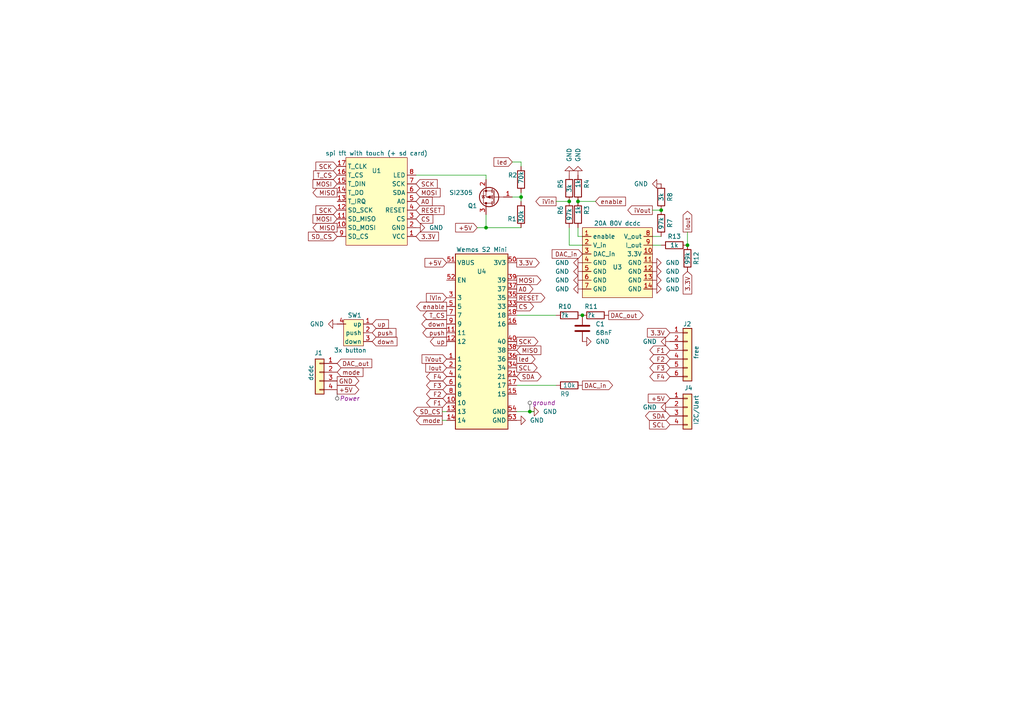
<source format=kicad_sch>
(kicad_sch (version 20230121) (generator eeschema)
  (paper "A4")
  (lib_symbols
    (symbol "Connector_Generic:Conn_01x04" (pin_names (offset 1.016) hide)
      (property "Reference" "J" (at 0 5.08 0))
      (property "Value" "Conn_01x04" (at 0 -7.62 0))
      (symbol "Conn_01x04_1_1"
        (rectangle (start -1.27 -4.953) (end 0 -5.207) (stroke (width 0.1524)))
        (rectangle (start -1.27 -2.413) (end 0 -2.667) (stroke (width 0.1524)))
        (rectangle (start -1.27 0.127) (end 0 -0.127) (stroke (width 0.1524)))
        (rectangle (start -1.27 2.667) (end 0 2.413) (stroke (width 0.1524)))
        (rectangle (start -1.27 3.81) (end 1.27 -6.35) (stroke (width 0.254)) (fill (type background)))
        (pin passive line (at -5.08 2.54 0) (length 3.81) (name "Pin_1") (number "1"))
        (pin passive line (at -5.08 0 0) (length 3.81) (name "Pin_2") (number "2"))
        (pin passive line (at -5.08 -2.54 0) (length 3.81) (name "Pin_3") (number "3"))
        (pin passive line (at -5.08 -5.08 0) (length 3.81) (name "Pin_4") (number "4"))
      )
    )
    (symbol "Connector_Generic:Conn_01x06" (pin_names (offset 1.016) hide)
      (property "Reference" "J" (at 0 7.62 0))
      (property "Value" "Conn_01x06" (at 0 -10.16 0))
      (symbol "Conn_01x06_1_1"
        (rectangle (start -1.27 -7.493) (end 0 -7.747) (stroke (width 0.1524)))
        (rectangle (start -1.27 -4.953) (end 0 -5.207) (stroke (width 0.1524)))
        (rectangle (start -1.27 -2.413) (end 0 -2.667) (stroke (width 0.1524)))
        (rectangle (start -1.27 0.127) (end 0 -0.127) (stroke (width 0.1524)))
        (rectangle (start -1.27 2.667) (end 0 2.413) (stroke (width 0.1524)))
        (rectangle (start -1.27 5.207) (end 0 4.953) (stroke (width 0.1524)))
        (rectangle (start -1.27 6.35) (end 1.27 -8.89) (stroke (width 0.254)) (fill (type background)))
        (pin passive line (at -5.08 5.08 0) (length 3.81) (name "Pin_1") (number "1"))
        (pin passive line (at -5.08 2.54 0) (length 3.81) (name "Pin_2") (number "2"))
        (pin passive line (at -5.08 0 0) (length 3.81) (name "Pin_3") (number "3"))
        (pin passive line (at -5.08 -2.54 0) (length 3.81) (name "Pin_4") (number "4"))
        (pin passive line (at -5.08 -5.08 0) (length 3.81) (name "Pin_5") (number "5"))
        (pin passive line (at -5.08 -7.62 0) (length 3.81) (name "Pin_6") (number "6"))
      )
    )
    (symbol "Device:C" (pin_numbers hide) (pin_names (offset 0.254))
      (property "Reference" "C" (at 0.635 2.54 0))
      (property "Value" "C" (at 0.635 -2.54 0))
      (symbol "C_0_1"
        (polyline (pts (xy -2.032 -0.762) (xy 2.032 -0.762)) (stroke (width 0.508)))
        (polyline (pts (xy -2.032 0.762) (xy 2.032 0.762)) (stroke (width 0.508)))
      )
      (symbol "C_1_1"
        (pin passive line (at 0 3.81 270) (length 2.794) (name "~") (number "1"))
        (pin passive line (at 0 -3.81 90) (length 2.794) (name "~") (number "2"))
      )
    )
    (symbol "Device:R" (pin_numbers hide) (pin_names (offset 0))
      (property "Reference" "R" (at 2.032 0 90))
      (property "Value" "R" (at 0 0 90))
      (symbol "R_0_1"
        (rectangle (start -1.016 -2.54) (end 1.016 2.54) (stroke (width 0.254)))
      )
      (symbol "R_1_1"
        (pin passive line (at 0 3.81 270) (length 1.27) (name "~") (number "1"))
        (pin passive line (at 0 -3.81 90) (length 1.27) (name "~") (number "2"))
      )
    )
    (symbol "Esp20A80V:20A80V_dcdc"
      (property "Reference" "U" (at 0 12.7 0))
      (symbol "20A80V_dcdc_1_1"
        (rectangle (start -10.16 10.16) (end 10.16 -10.16) (fill (type background)))
        (pin input line (at -10.16 7.62 0) (length 2.54) (name "enable") (number "1"))
        (pin power_out line (at 10.16 2.54 180) (length 2.54) (name "3.3V") (number "10"))
        (pin power_out line (at 10.16 0 180) (length 2.54) (name "GND") (number "11"))
        (pin power_out line (at 10.16 -2.54 180) (length 2.54) (name "GND") (number "12"))
        (pin power_out line (at 10.16 -5.08 180) (length 2.54) (name "GND") (number "13"))
        (pin power_out line (at 10.16 -7.62 180) (length 2.54) (name "GND") (number "14"))
        (pin output line (at -10.16 5.08 0) (length 2.54) (name "V_in") (number "2"))
        (pin input line (at -10.16 2.54 0) (length 2.54) (name "DAC_in") (number "3"))
        (pin power_out line (at -10.16 0 0) (length 2.54) (name "GND") (number "4"))
        (pin power_out line (at -10.16 -2.54 0) (length 2.54) (name "GND") (number "5"))
        (pin power_out line (at -10.16 -5.08 0) (length 2.54) (name "GND") (number "6"))
        (pin power_out line (at -10.16 -7.62 0) (length 2.54) (name "GND") (number "7"))
        (pin output line (at 10.16 7.62 180) (length 2.54) (name "V_out") (number "8"))
        (pin output line (at 10.16 5.08 180) (length 2.54) (name "I_out") (number "9"))
      )
    )
    (symbol "Esp20A80V:3way_dial_switch"
      (property "Reference" "SW" (at 2.54 7.62 0))
      (property "Value" "3x button" (at 3.175 -2.54 0))
      (symbol "3way_dial_switch_1_1"
        (rectangle (start 0 6.35) (end 5.715 -1.27) (fill (type background)))
        (pin output line (at -2.54 5.08 0) (length 2.54) (name "up") (number "1"))
        (pin output line (at -2.54 2.54 0) (length 2.54) (name "push") (number "2"))
        (pin output line (at -2.54 0 0) (length 2.54) (name "down") (number "3"))
        (pin input line (at 7.62 5.08 180) (length 2.54) (name "") (number "4"))
      )
    )
    (symbol "Esp20A80V:Wemos_S2_Mini"
      (property "Reference" "U" (at 10.16 22.86 0))
      (property "Value" "Wemos S2 Mini" (at 10.16 -33.02 0))
      (symbol "Wemos_S2_Mini_1_1"
        (rectangle (start 2.54 20.32) (end 17.78 -30.48) (stroke (width 0.254)) (fill (type background)))
        (pin bidirectional line (at 0 -10.16 0) (length 2.54) (name "1") (number "1"))
        (pin bidirectional line (at 0 -22.86 0) (length 2.54) (name "10") (number "10"))
        (pin bidirectional line (at 0 -2.54 0) (length 2.54) (name "11") (number "11"))
        (pin bidirectional line (at 0 -5.08 0) (length 2.54) (name "12") (number "12"))
        (pin bidirectional line (at 0 -25.4 0) (length 2.54) (name "13") (number "13"))
        (pin bidirectional line (at 0 -27.94 0) (length 2.54) (name "14") (number "14"))
        (pin bidirectional line (at 20.32 -20.32 180) (length 2.54) (name "15") (number "15"))
        (pin bidirectional line (at 20.32 0 180) (length 2.54) (name "16") (number "16"))
        (pin bidirectional line (at 20.32 -17.78 180) (length 2.54) (name "17") (number "17"))
        (pin bidirectional line (at 20.32 2.54 180) (length 2.54) (name "18") (number "18"))
        (pin bidirectional line (at 0 -12.7 0) (length 2.54) (name "2") (number "2"))
        (pin bidirectional line (at 20.32 -15.24 180) (length 2.54) (name "21") (number "21"))
        (pin bidirectional line (at 0 7.62 0) (length 2.54) (name "3") (number "3"))
        (pin bidirectional line (at 20.32 5.08 180) (length 2.54) (name "33") (number "33"))
        (pin bidirectional line (at 20.32 -12.7 180) (length 2.54) (name "34") (number "34"))
        (pin bidirectional line (at 20.32 7.62 180) (length 2.54) (name "35") (number "35"))
        (pin bidirectional line (at 20.32 -10.16 180) (length 2.54) (name "36") (number "36"))
        (pin bidirectional line (at 20.32 10.16 180) (length 2.54) (name "37") (number "37"))
        (pin bidirectional line (at 20.32 -7.62 180) (length 2.54) (name "38") (number "38"))
        (pin bidirectional line (at 20.32 12.7 180) (length 2.54) (name "39") (number "39"))
        (pin bidirectional line (at 0 -15.24 0) (length 2.54) (name "4") (number "4"))
        (pin bidirectional line (at 20.32 -5.08 180) (length 2.54) (name "40") (number "40"))
        (pin bidirectional line (at 0 5.08 0) (length 2.54) (name "5") (number "5"))
        (pin power_out line (at 20.32 17.78 180) (length 2.54) (name "3V3") (number "50"))
        (pin power_in line (at 0 17.78 0) (length 2.54) (name "VBUS") (number "51"))
        (pin input line (at 0 12.7 0) (length 2.54) (name "EN") (number "52"))
        (pin power_in line (at 20.32 -27.94 180) (length 2.54) (name "GND") (number "53"))
        (pin power_in line (at 20.32 -25.4 180) (length 2.54) (name "GND") (number "54"))
        (pin bidirectional line (at 0 -17.78 0) (length 2.54) (name "6") (number "6"))
        (pin bidirectional line (at 0 2.54 0) (length 2.54) (name "7") (number "7"))
        (pin bidirectional line (at 0 -20.32 0) (length 2.54) (name "8") (number "8"))
        (pin bidirectional line (at 0 0 0) (length 2.54) (name "9") (number "9"))
      )
    )
    (symbol "Esp20A80V:display_128x160_with_touch"
      (property "Reference" "U" (at 0 13.97 0))
      (property "Value" "spi tft with touch (+ sd card)" (at 0 11.43 0))
      (symbol "display_128x160_with_touch_1_1"
        (rectangle (start -10.16 10.16) (end 7.62 -15.24) (fill (type background)))
        (pin power_in line (at -12.7 7.62 0) (length 2.54) (name "VCC") (number "1"))
        (pin output line (at 10.16 5.08 180) (length 2.54) (name "SD_MOSI") (number "10"))
        (pin input line (at 10.16 2.54 180) (length 2.54) (name "SD_MISO") (number "11"))
        (pin input line (at 10.16 0 180) (length 2.54) (name "SD_SCK") (number "12"))
        (pin input line (at 10.16 -2.54 180) (length 2.54) (name "T_IRQ") (number "13"))
        (pin input line (at 10.16 -5.08 180) (length 2.54) (name "T_DO") (number "14"))
        (pin input line (at 10.16 -7.62 180) (length 2.54) (name "T_DIN") (number "15"))
        (pin input line (at 10.16 -10.16 180) (length 2.54) (name "T_CS") (number "16"))
        (pin input line (at 10.16 -12.7 180) (length 2.54) (name "T_CLK") (number "17"))
        (pin power_in line (at -12.7 5.08 0) (length 2.54) (name "GND") (number "2"))
        (pin input line (at -12.7 2.54 0) (length 2.54) (name "CS") (number "3"))
        (pin input line (at -12.7 0 0) (length 2.54) (name "RESET") (number "4"))
        (pin input line (at -12.7 -2.54 0) (length 2.54) (name "A0") (number "5"))
        (pin input line (at -12.7 -5.08 0) (length 2.54) (name "SDA") (number "6"))
        (pin input line (at -12.7 -7.62 0) (length 2.54) (name "SCK") (number "7"))
        (pin power_in line (at -12.7 -10.16 0) (length 2.54) (name "LED") (number "8"))
        (pin input line (at 10.16 7.62 180) (length 2.54) (name "SD_CS") (number "9"))
      )
    )
    (symbol "Transistor_FET:NTR2101P" (pin_names hide)
      (property "Reference" "Q" (at 5.08 1.905 0))
      (property "Value" "NTR2101P" (at 5.08 0 0))
      (symbol "NTR2101P_0_1"
        (polyline (pts (xy 0.254 0) (xy -2.54 0)))
        (polyline (pts (xy 0.254 1.905) (xy 0.254 -1.905)) (stroke (width 0.254)))
        (polyline (pts (xy 0.762 -1.27) (xy 0.762 -2.286)) (stroke (width 0.254)))
        (polyline (pts (xy 0.762 0.508) (xy 0.762 -0.508)) (stroke (width 0.254)))
        (polyline (pts (xy 0.762 2.286) (xy 0.762 1.27)) (stroke (width 0.254)))
        (polyline (pts (xy 2.54 2.54) (xy 2.54 1.778)))
        (polyline (pts (xy 2.54 -2.54) (xy 2.54 0) (xy 0.762 0)))
        (polyline (pts (xy 0.762 1.778) (xy 3.302 1.778) (xy 3.302 -1.778) (xy 0.762 -1.778)))
        (polyline (pts (xy 2.286 0) (xy 1.27 0.381) (xy 1.27 -0.381) (xy 2.286 0)) (fill (type outline)))
        (polyline (pts (xy 2.794 -0.508) (xy 2.921 -0.381) (xy 3.683 -0.381) (xy 3.81 -0.254)))
        (polyline (pts (xy 3.302 -0.381) (xy 2.921 0.254) (xy 3.683 0.254) (xy 3.302 -0.381)))
        (circle (center 1.651 0) (radius 2.794) (stroke (width 0.254)))
        (circle (center 2.54 -1.778) (radius 0.254) (fill (type outline)))
        (circle (center 2.54 1.778) (radius 0.254) (fill (type outline)))
      )
      (symbol "NTR2101P_1_1"
        (pin input line (at -5.08 0 0) (length 2.54) (name "G") (number "1"))
        (pin passive line (at 2.54 -5.08 90) (length 2.54) (name "S") (number "2"))
        (pin passive line (at 2.54 5.08 270) (length 2.54) (name "D") (number "3"))
      )
    )
    (symbol "power:GND" (power) (pin_names (offset 0))
      (property "Value" "GND" (at 0 -3.81 0))
      (symbol "GND_0_1"
        (polyline (pts (xy 0 0) (xy 0 -1.27) (xy 1.27 -1.27) (xy 0 -2.54) (xy -1.27 -1.27) (xy 0 -1.27)))
      )
      (symbol "GND_1_1"
        (pin power_in line (at 0 0 270) (length 0) hide (name "GND") (number "1"))
      )
    )
  )
  (junction (at 191.77 60.96))
  (junction (at 153.67 119.38))
  (junction (at 167.64 58.42))
  (junction (at 199.39 71.12))
  (junction (at 151.13 57.15))
  (junction (at 165.1 58.42))
  (junction (at 140.97 66.04))
  (junction (at 168.91 91.44))
  (wire (pts (xy 128.27 121.92) (xy 129.54 121.92)))
  (wire (pts (xy 165.1 71.12) (xy 168.91 71.12)))
  (wire (pts (xy 140.97 66.04) (xy 151.13 66.04)))
  (wire (pts (xy 167.64 66.04) (xy 167.64 68.58)))
  (wire (pts (xy 189.23 71.12) (xy 191.77 71.12)))
  (wire (pts (xy 138.43 66.04) (xy 140.97 66.04)))
  (wire (pts (xy 199.39 67.31) (xy 199.39 71.12)))
  (wire (pts (xy 151.13 55.88) (xy 151.13 57.15)))
  (wire (pts (xy 167.64 68.58) (xy 168.91 68.58)))
  (wire (pts (xy 128.27 119.38) (xy 129.54 119.38)))
  (wire (pts (xy 149.86 119.38) (xy 153.67 119.38)))
  (wire (pts (xy 172.72 58.42) (xy 167.64 58.42)))
  (wire (pts (xy 149.86 91.44) (xy 161.29 91.44)))
  (wire (pts (xy 151.13 46.99) (xy 151.13 48.26)))
  (wire (pts (xy 153.67 119.38) (xy 154.94 119.38)))
  (wire (pts (xy 120.65 50.8) (xy 140.97 50.8)))
  (wire (pts (xy 148.59 46.99) (xy 151.13 46.99)))
  (wire (pts (xy 151.13 58.42) (xy 151.13 57.15)))
  (wire (pts (xy 140.97 52.07) (xy 140.97 50.8)))
  (wire (pts (xy 161.29 111.76) (xy 149.86 111.76)))
  (wire (pts (xy 161.29 58.42) (xy 165.1 58.42)))
  (wire (pts (xy 191.77 60.96) (xy 189.23 60.96)))
  (wire (pts (xy 165.1 66.04) (xy 165.1 71.12)))
  (wire (pts (xy 140.97 66.04) (xy 140.97 62.23)))
  (wire (pts (xy 189.23 68.58) (xy 191.77 68.58)))
  (wire (pts (xy 148.59 57.15) (xy 151.13 57.15)))
  (global_label "iVin" (shape input) (at 129.54 86.36 180) (property "Intersheetrefs" "${INTERSHEET_REFS}" (effects hide)))
  (global_label "mode" (shape output) (at 128.27 121.92 180) (property "Intersheetrefs" "${INTERSHEET_REFS}" (effects hide)))
  (global_label "iVout" (shape input) (at 129.54 104.14 180) (property "Intersheetrefs" "${INTERSHEET_REFS}" (effects hide)))
  (global_label "DAC_out" (shape output) (at 176.53 91.44 0) (property "Intersheetrefs" "${INTERSHEET_REFS}" (effects hide)))
  (global_label "CS" (shape input) (at 120.65 63.5 0) (property "Intersheetrefs" "${INTERSHEET_REFS}" (effects hide)))
  (global_label "+5V" (shape input) (at 194.31 115.57 180) (property "Intersheetrefs" "${INTERSHEET_REFS}" (effects hide)))
  (global_label "SD_CS" (shape input) (at 97.79 68.58 180) (property "Intersheetrefs" "${INTERSHEET_REFS}" (effects hide)))
  (global_label "up" (shape output) (at 129.54 99.06 180) (property "Intersheetrefs" "${INTERSHEET_REFS}" (effects hide)))
  (global_label "led" (shape output) (at 149.86 104.14 0) (property "Intersheetrefs" "${INTERSHEET_REFS}" (effects hide)))
  (global_label "F4" (shape bidirectional) (at 194.31 109.22 180) (property "Intersheetrefs" "${INTERSHEET_REFS}" (effects hide)))
  (global_label "MOSI" (shape input) (at 120.65 55.88 0) (property "Intersheetrefs" "${INTERSHEET_REFS}" (effects hide)))
  (global_label "DAC_in" (shape input) (at 168.91 73.66 180) (property "Intersheetrefs" "${INTERSHEET_REFS}" (effects hide)))
  (global_label "enable" (shape input) (at 172.72 58.42 0) (property "Intersheetrefs" "${INTERSHEET_REFS}" (effects hide)))
  (global_label "iVout" (shape output) (at 189.23 60.96 180) (property "Intersheetrefs" "${INTERSHEET_REFS}" (effects hide)))
  (global_label "push" (shape output) (at 129.54 96.52 180) (property "Intersheetrefs" "${INTERSHEET_REFS}" (effects hide)))
  (global_label "Iout" (shape output) (at 199.39 67.31 90) (property "Intersheetrefs" "${INTERSHEET_REFS}" (effects hide)))
  (global_label "Iout" (shape input) (at 129.54 106.68 180) (property "Intersheetrefs" "${INTERSHEET_REFS}" (effects hide)))
  (global_label "push" (shape input) (at 107.95 96.52 0) (property "Intersheetrefs" "${INTERSHEET_REFS}" (effects hide)))
  (global_label "SCK" (shape input) (at 97.79 48.26 180) (property "Intersheetrefs" "${INTERSHEET_REFS}" (effects hide)))
  (global_label "led" (shape input) (at 148.59 46.99 180) (property "Intersheetrefs" "${INTERSHEET_REFS}" (effects hide)))
  (global_label "F1" (shape bidirectional) (at 129.54 116.84 180) (property "Intersheetrefs" "${INTERSHEET_REFS}" (effects hide)))
  (global_label "3.3V" (shape output) (at 149.86 76.2 0) (property "Intersheetrefs" "${INTERSHEET_REFS}" (effects hide)))
  (global_label "MISO" (shape output) (at 97.79 55.88 180) (property "Intersheetrefs" "${INTERSHEET_REFS}" (effects hide)))
  (global_label "F3" (shape bidirectional) (at 194.31 106.68 180) (property "Intersheetrefs" "${INTERSHEET_REFS}" (effects hide)))
  (global_label "up" (shape input) (at 107.95 93.98 0) (property "Intersheetrefs" "${INTERSHEET_REFS}" (effects hide)))
  (global_label "F2" (shape bidirectional) (at 129.54 114.3 180) (property "Intersheetrefs" "${INTERSHEET_REFS}" (effects hide)))
  (global_label "DAC_in" (shape output) (at 168.91 111.76 0) (property "Intersheetrefs" "${INTERSHEET_REFS}" (effects hide)))
  (global_label "enable" (shape output) (at 129.54 88.9 180) (property "Intersheetrefs" "${INTERSHEET_REFS}" (effects hide)))
  (global_label "SCK" (shape output) (at 149.86 99.06 0) (property "Intersheetrefs" "${INTERSHEET_REFS}" (effects hide)))
  (global_label "DAC_out" (shape input) (at 97.79 105.41 0) (property "Intersheetrefs" "${INTERSHEET_REFS}" (effects hide)))
  (global_label "GND" (shape output) (at 97.79 110.49 0) (property "Intersheetrefs" "${INTERSHEET_REFS}" (effects hide)))
  (global_label "RESET" (shape input) (at 120.65 60.96 0) (property "Intersheetrefs" "${INTERSHEET_REFS}" (effects hide)))
  (global_label "A0" (shape input) (at 120.65 58.42 0) (property "Intersheetrefs" "${INTERSHEET_REFS}" (effects hide)))
  (global_label "SCK" (shape input) (at 120.65 53.34 0) (property "Intersheetrefs" "${INTERSHEET_REFS}" (effects hide)))
  (global_label "MISO" (shape output) (at 97.79 66.04 180) (property "Intersheetrefs" "${INTERSHEET_REFS}" (effects hide)))
  (global_label "MOSI" (shape output) (at 149.86 81.28 0) (property "Intersheetrefs" "${INTERSHEET_REFS}" (effects hide)))
  (global_label "+5V" (shape input) (at 129.54 76.2 180) (property "Intersheetrefs" "${INTERSHEET_REFS}" (effects hide)))
  (global_label "SCK" (shape input) (at 97.79 60.96 180) (property "Intersheetrefs" "${INTERSHEET_REFS}" (effects hide)))
  (global_label "RESET" (shape output) (at 149.86 86.36 0) (property "Intersheetrefs" "${INTERSHEET_REFS}" (effects hide)))
  (global_label "A0" (shape output) (at 149.86 83.82 0) (property "Intersheetrefs" "${INTERSHEET_REFS}" (effects hide)))
  (global_label "iVin" (shape output) (at 161.29 58.42 180) (property "Intersheetrefs" "${INTERSHEET_REFS}" (effects hide)))
  (global_label "T_CS" (shape input) (at 97.79 50.8 180) (property "Intersheetrefs" "${INTERSHEET_REFS}" (effects hide)))
  (global_label "MOSI" (shape input) (at 97.79 53.34 180) (property "Intersheetrefs" "${INTERSHEET_REFS}" (effects hide)))
  (global_label "SCL" (shape input) (at 194.31 123.19 180) (property "Intersheetrefs" "${INTERSHEET_REFS}" (effects hide)))
  (global_label "F2" (shape bidirectional) (at 194.31 104.14 180) (property "Intersheetrefs" "${INTERSHEET_REFS}" (effects hide)))
  (global_label "+5V" (shape output) (at 97.79 113.03 0) (property "Intersheetrefs" "${INTERSHEET_REFS}" (effects hide)))
  (global_label "T_CS" (shape output) (at 129.54 91.44 180) (property "Intersheetrefs" "${INTERSHEET_REFS}" (effects hide)))
  (global_label "SDA" (shape bidirectional) (at 149.86 109.22 0) (property "Intersheetrefs" "${INTERSHEET_REFS}" (effects hide)))
  (global_label "CS" (shape output) (at 149.86 88.9 0) (property "Intersheetrefs" "${INTERSHEET_REFS}" (effects hide)))
  (global_label "F1" (shape bidirectional) (at 194.31 101.6 180) (property "Intersheetrefs" "${INTERSHEET_REFS}" (effects hide)))
  (global_label "MOSI" (shape input) (at 97.79 63.5 180) (property "Intersheetrefs" "${INTERSHEET_REFS}" (effects hide)))
  (global_label "down" (shape input) (at 107.95 99.06 0) (property "Intersheetrefs" "${INTERSHEET_REFS}" (effects hide)))
  (global_label "SD_CS" (shape output) (at 128.27 119.38 180) (property "Intersheetrefs" "${INTERSHEET_REFS}" (effects hide)))
  (global_label "+5V" (shape input) (at 138.43 66.04 180) (property "Intersheetrefs" "${INTERSHEET_REFS}" (effects hide)))
  (global_label "3.3V" (shape input) (at 194.31 96.52 180) (property "Intersheetrefs" "${INTERSHEET_REFS}" (effects hide)))
  (global_label "F3" (shape bidirectional) (at 129.54 111.76 180) (property "Intersheetrefs" "${INTERSHEET_REFS}" (effects hide)))
  (global_label "mode" (shape input) (at 97.79 107.95 0) (property "Intersheetrefs" "${INTERSHEET_REFS}" (effects hide)))
  (global_label "MISO" (shape input) (at 149.86 101.6 0) (property "Intersheetrefs" "${INTERSHEET_REFS}" (effects hide)))
  (global_label "down" (shape output) (at 129.54 93.98 180) (property "Intersheetrefs" "${INTERSHEET_REFS}" (effects hide)))
  (global_label "F4" (shape bidirectional) (at 129.54 109.22 180) (property "Intersheetrefs" "${INTERSHEET_REFS}" (effects hide)))
  (global_label "SCL" (shape output) (at 149.86 106.68 0) (property "Intersheetrefs" "${INTERSHEET_REFS}" (effects hide)))
  (global_label "3.3V" (shape input) (at 120.65 68.58 0) (property "Intersheetrefs" "${INTERSHEET_REFS}" (effects hide)))
  (global_label "3.3V" (shape input) (at 199.39 78.74 270) (property "Intersheetrefs" "${INTERSHEET_REFS}" (effects hide)))
  (global_label "SDA" (shape bidirectional) (at 194.31 120.65 180) (property "Intersheetrefs" "${INTERSHEET_REFS}" (effects hide)))
  (netclass_flag "" (length 2.54) (shape round) (at 153.67 119.38 0) (property "Netclass" "ground" (at 154.3685 116.84 0) (effects (font italic) (justify left))))
  (netclass_flag "" (length 2.54) (shape round) (at 97.79 113.03 180) (property "Netclass" "Power" (at 98.4885 115.57 0) (effects (font italic) (justify left))))
  (symbol (lib_id "power:GND") (at 194.31 118.11 270) (mirror x) (unit 1)
    (property "Reference" "#PWR011" (effects hide))
    (property "Value" "GND" (at 190.5 118.11 90) (effects (justify right)))
  )
  (symbol (lib_id "power:GND") (at 189.23 78.74 90) (mirror x) (unit 1)
    (property "Reference" "#PWR016" (effects hide))
    (property "Value" "GND" (at 193.04 78.74 90) (effects (justify right)))
  )
  (symbol (lib_id "Device:C") (at 168.91 95.25 0) (unit 1)
    (property "Reference" "C1" (at 172.72 93.98 0) (effects (justify left)))
    (property "Value" "68nF" (at 172.72 96.52 0) (effects (justify left)))
    (property "Footprint" "Capacitor_SMD:C_0805_2012Metric_Pad1.18x1.45mm_HandSolder" (effects hide))
  )
  (symbol (lib_id "Esp20A80V:display_128x160_with_touch") (at 107.95 60.96 180) (unit 1)
    (property "Reference" "U1" (at 109.22 49.53 0))
    (property "Value" "spi tft with touch (+ sd card)" (at 109.22 44.45 0))
    (property "Footprint" "Esp20A80V:display 128x160 +touch +sd" (effects hide))
  )
  (symbol (lib_id "Device:R") (at 151.13 62.23 180) (unit 1)
    (property "Reference" "R1" (at 149.86 63.5 0) (effects (justify left)))
    (property "Value" "30k" (at 151.13 60.96 90) (effects (justify left)))
    (property "Footprint" "Resistor_SMD:R_0805_2012Metric_Pad1.20x1.40mm_HandSolder" (effects hide))
  )
  (symbol (lib_id "Device:R") (at 191.77 57.15 0) (unit 1)
    (property "Reference" "R8" (at 194.31 57.15 90))
    (property "Value" "3k" (at 191.77 57.15 90))
    (property "Footprint" "Resistor_SMD:R_0805_2012Metric_Pad1.20x1.40mm_HandSolder" (effects hide))
  )
  (symbol (lib_id "power:GND") (at 189.23 83.82 90) (unit 1)
    (property "Reference" "#PWR02" (effects hide))
    (property "Value" "GND" (at 193.04 83.82 90) (effects (justify right)))
  )
  (symbol (lib_id "power:GND") (at 149.86 121.92 90) (unit 1)
    (property "Reference" "#PWR04" (effects hide))
    (property "Value" "GND" (at 153.67 121.92 90) (effects (justify right)))
  )
  (symbol (lib_id "Device:R") (at 167.64 62.23 0) (unit 1)
    (property "Reference" "R3" (at 170.18 60.96 90))
    (property "Value" "1k" (at 167.64 60.96 90))
    (property "Footprint" "Resistor_SMD:R_0805_2012Metric_Pad1.20x1.40mm_HandSolder" (effects hide))
  )
  (symbol (lib_id "Device:R") (at 172.72 91.44 90) (unit 1)
    (property "Reference" "R11" (at 171.45 88.9 90))
    (property "Value" "?k" (at 171.45 91.44 90))
    (property "Footprint" "Resistor_SMD:R_0805_2012Metric_Pad1.20x1.40mm_HandSolder" (effects hide))
  )
  (symbol (lib_id "Device:R") (at 165.1 62.23 0) (mirror y) (unit 1)
    (property "Reference" "R6" (at 162.56 60.96 90))
    (property "Value" "97k" (at 165.1 62.23 90))
    (property "Footprint" "Resistor_SMD:R_0805_2012Metric_Pad1.20x1.40mm_HandSolder" (effects hide))
  )
  (symbol (lib_id "power:GND") (at 168.91 76.2 270) (mirror x) (unit 1)
    (property "Reference" "#PWR014" (effects hide))
    (property "Value" "GND" (at 165.1 76.2 90) (effects (justify right)))
  )
  (symbol (lib_id "power:GND") (at 120.65 66.04 90) (unit 1)
    (property "Reference" "#PWR06" (effects hide))
    (property "Value" "GND" (at 124.46 66.04 90) (effects (justify right)))
  )
  (symbol (lib_id "power:GND") (at 153.67 119.38 90) (unit 1)
    (property "Reference" "#PWR05" (effects hide))
    (property "Value" "GND" (at 157.48 119.38 90) (effects (justify right)))
  )
  (symbol (lib_id "power:GND") (at 168.91 99.06 90) (mirror x) (unit 1)
    (property "Reference" "#PWR010" (effects hide))
    (property "Value" "GND" (at 172.72 99.06 90) (effects (justify right)))
  )
  (symbol (lib_id "Device:R") (at 167.64 54.61 0) (unit 1)
    (property "Reference" "R4" (at 170.18 53.34 90))
    (property "Value" "1k" (at 167.64 53.34 90))
    (property "Footprint" "Resistor_SMD:R_0805_2012Metric_Pad1.20x1.40mm_HandSolder" (effects hide))
  )
  (symbol (lib_id "power:GND") (at 168.91 83.82 270) (mirror x) (unit 1)
    (property "Reference" "#PWR03" (effects hide))
    (property "Value" "GND" (at 165.1 83.82 90) (effects (justify right)))
  )
  (symbol (lib_id "Device:R") (at 191.77 64.77 0) (unit 1)
    (property "Reference" "R7" (at 194.31 64.77 90))
    (property "Value" "97k" (at 191.77 64.77 90))
    (property "Footprint" "Resistor_SMD:R_0805_2012Metric_Pad1.20x1.40mm_HandSolder" (effects hide))
  )
  (symbol (lib_id "power:GND") (at 189.23 76.2 90) (mirror x) (unit 1)
    (property "Reference" "#PWR017" (effects hide))
    (property "Value" "GND" (at 193.04 76.2 90) (effects (justify right)))
  )
  (symbol (lib_id "Esp20A80V:20A80V_dcdc") (at 179.07 76.2 0) (unit 1)
    (property "Reference" "U3" (at 179.07 77.47 0))
    (property "Value" "20A 80V dcdc" (at 179.07 64.77 0))
    (property "Footprint" "Esp20A80V:20A80V dcdc" (effects hide))
  )
  (symbol (lib_id "Connector_Generic:Conn_01x04") (at 199.39 118.11 0) (unit 1)
    (property "Reference" "J4" (at 198.501 112.522 0) (effects (justify left)))
    (property "Value" "I2C/Uart" (at 201.93 123.19 90) (effects (justify left)))
    (property "Footprint" "Connector_PinHeader_2.54mm:PinHeader_1x04_P2.54mm_Horizontal" (effects hide))
  )
  (symbol (lib_id "Connector_Generic:Conn_01x06") (at 199.39 101.6 0) (unit 1)
    (property "Reference" "J2" (at 198.12 93.98 0) (effects (justify left)))
    (property "Value" "free" (at 201.93 104.14 90) (effects (justify left)))
    (property "Footprint" "Connector_PinHeader_2.54mm:PinHeader_1x06_P2.54mm_Horizontal" (effects hide))
  )
  (symbol (lib_id "power:GND") (at 167.64 50.8 0) (mirror x) (unit 1)
    (property "Reference" "#PWR07" (effects hide))
    (property "Value" "GND" (at 167.64 46.99 90) (effects (justify right)))
  )
  (symbol (lib_id "power:GND") (at 189.23 81.28 90) (mirror x) (unit 1)
    (property "Reference" "#PWR015" (effects hide))
    (property "Value" "GND" (at 193.04 81.28 90) (effects (justify right)))
  )
  (symbol (lib_id "power:GND") (at 168.91 81.28 270) (mirror x) (unit 1)
    (property "Reference" "#PWR012" (effects hide))
    (property "Value" "GND" (at 165.1 81.28 90) (effects (justify right)))
  )
  (symbol (lib_id "power:GND") (at 194.31 99.06 270) (mirror x) (unit 1)
    (property "Reference" "#PWR018" (effects hide))
    (property "Value" "GND" (at 190.5 99.06 90) (effects (justify right)))
  )
  (symbol (lib_id "Device:R") (at 165.1 91.44 90) (unit 1)
    (property "Reference" "R10" (at 163.83 88.9 90))
    (property "Value" "?k" (at 163.83 91.44 90))
    (property "Footprint" "Resistor_SMD:R_0805_2012Metric_Pad1.20x1.40mm_HandSolder" (effects hide))
  )
  (symbol (lib_id "Device:R") (at 199.39 74.93 0) (unit 1)
    (property "Reference" "R12" (at 201.93 74.93 90))
    (property "Value" "99k" (at 199.39 74.93 90))
    (property "Footprint" "Resistor_SMD:R_0805_2012Metric_Pad1.20x1.40mm_HandSolder" (effects hide))
  )
  (symbol (lib_id "power:GND") (at 168.91 78.74 270) (mirror x) (unit 1)
    (property "Reference" "#PWR013" (effects hide))
    (property "Value" "GND" (at 165.1 78.74 90) (effects (justify right)))
  )
  (symbol (lib_id "Connector_Generic:Conn_01x04") (at 92.71 107.95 0) (mirror y) (unit 1)
    (property "Reference" "J1" (at 93.599 102.362 0) (effects (justify left)))
    (property "Value" "dcdc" (at 90.17 110.49 90) (effects (justify left)))
    (property "Footprint" "Connector_JST:JST_PH_B4B-PH-K_1x04_P2.00mm_Vertical" (effects hide))
  )
  (symbol (lib_id "Device:R") (at 165.1 111.76 270) (mirror x) (unit 1)
    (property "Reference" "R9" (at 163.83 114.3 90))
    (property "Value" "10k" (at 165.1 111.76 90))
    (property "Footprint" "Resistor_SMD:R_0805_2012Metric_Pad1.20x1.40mm_HandSolder" (effects hide))
  )
  (symbol (lib_id "Esp20A80V:3way_dial_switch") (at 105.41 99.06 0) (mirror y) (unit 1)
    (property "Reference" "SW1" (at 102.87 91.44 0))
    (property "Value" "3x button" (at 101.6 101.6 0))
    (property "Footprint" "Esp20A80V:3way dial switch" (effects hide))
  )
  (symbol (lib_id "Device:R") (at 151.13 52.07 0) (unit 1)
    (property "Reference" "R2" (at 147.32 50.8 0) (effects (justify left)))
    (property "Value" "70k" (at 151.13 53.34 90) (effects (justify left)))
    (property "Footprint" "Resistor_SMD:R_0805_2012Metric_Pad1.20x1.40mm_HandSolder" (effects hide))
  )
  (symbol (lib_id "power:GND") (at 191.77 53.34 270) (mirror x) (unit 1)
    (property "Reference" "#PWR09" (effects hide))
    (property "Value" "GND" (at 187.96 53.34 90) (effects (justify right)))
  )
  (symbol (lib_id "Transistor_FET:NTR2101P") (at 143.51 57.15 180) (unit 1)
    (property "Reference" "Q1" (at 138.43 59.69 0) (effects (justify left)))
    (property "Value" "SI2305" (at 137.16 55.88 0) (effects (justify left)))
    (property "Footprint" "Package_TO_SOT_SMD:SOT-23" (effects hide))
    (property "Datasheet" "http://www.onsemi.com/pub/Collateral/NTR2101P-D.PDF" (effects hide))
  )
  (symbol (lib_id "power:GND") (at 165.1 50.8 180) (unit 1)
    (property "Reference" "#PWR08" (effects hide))
    (property "Value" "GND" (at 165.1 46.99 90) (effects (justify right)))
  )
  (symbol (lib_id "Device:R") (at 195.58 71.12 90) (unit 1)
    (property "Reference" "R13" (at 195.58 68.58 90))
    (property "Value" "1k" (at 195.58 71.12 90))
    (property "Footprint" "Resistor_SMD:R_0805_2012Metric_Pad1.20x1.40mm_HandSolder" (effects hide))
  )
  (symbol (lib_id "power:GND") (at 97.79 93.98 270) (unit 1)
    (property "Reference" "#PWR01" (effects hide))
    (property "Value" "GND" (at 93.98 93.98 90) (effects (justify right)))
  )
  (symbol (lib_id "Device:R") (at 165.1 54.61 0) (mirror y) (unit 1)
    (property "Reference" "R5" (at 162.56 53.34 90))
    (property "Value" "3k" (at 165.1 54.61 90))
    (property "Footprint" "Resistor_SMD:R_0805_2012Metric_Pad1.20x1.40mm_HandSolder" (effects hide))
  )
  (symbol (lib_id "Esp20A80V:Wemos_S2_Mini") (at 129.54 93.98 0) (unit 1)
    (property "Reference" "U4" (at 139.7 78.74 0))
    (property "Value" "Wemos S2 Mini" (at 139.7 72.39 0))
    (property "Footprint" "Esp20A80V:Wemos S2 Mini" (effects hide))
  )
)
</source>
